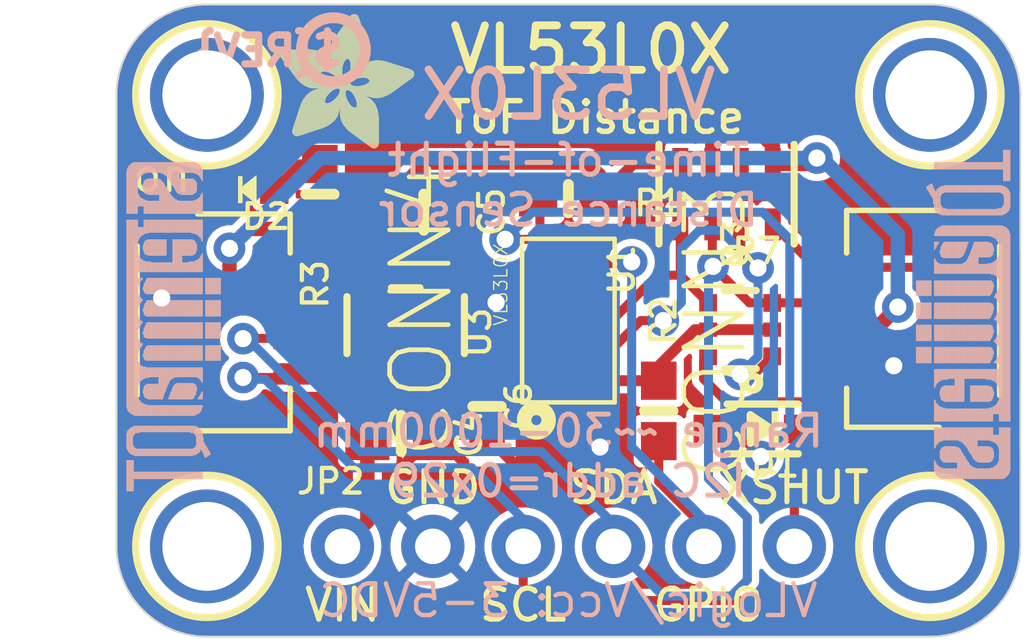
<source format=kicad_pcb>
(kicad_pcb (version 20221018) (generator pcbnew)
  (layers (0 "F.Cu" signal) (31 "B.Cu" signal) (34 "B.Paste" user) (35 "F.Paste" user) (36 "B.SilkS" user "B.Silkscreen") (37 "F.SilkS" user "F.Silkscreen") (38 "B.Mask" user) (39 "F.Mask" user) (44 "Edge.Cuts" user))
  (net 0 "")
  (net 1 "SDA")
  (net 2 "SCL")
  (net 3 "GND")
  (net 4 "GPIO")
  (net 5 "XSHUT")
  (net 6 "XSHUT_2.8V")
  (net 7 "2.8V")
  (net 8 "SCL_3V")
  (net 9 "SDA_3V")
  (net 10 "VCC")
  (net 11 "N$1")
  (footprint "working:0805-NO" (layer "F.Cu") (at 144.4371 101.9556)
    (fp_text reference "C5" (at 1.905 -0.762 90) (layer "F.SilkS") (effects (font (size 0.692831 0.692831) (thickness 0.119969)) (justify right)))
    (fp_text value "10uF")
    (pad "1" smd rect (at -0.95 0) (size 1.24 1.5) (layers "F.Cu" "F.Paste" "F.Mask") (net 7 "2.8V"))
    (pad "2" smd rect (at 0.95 0) (size 1.24 1.5) (layers "F.Cu" "F.Paste" "F.Mask") (net 3 "GND"))
  )
  (footprint "working:ADAFRUIT_3.5MM" (layer "F.Cu") (at 140.3731 100.1776)
    (fp_text reference "U$36" hide)
    (fp_text value "" hide)
  )
  (footprint "working:0603-NO" (layer "F.Cu") (at 151.0411 107.5436 90)
    (fp_text reference "R2" (at 1.778 0.127 90) (layer "F.SilkS") (effects (font (size 0.692831 0.692831) (thickness 0.119969)) (justify left)))
    (fp_text value "10K")
    (pad "1" smd rect (at -0.85 0 90) (size 1.075 1) (layers "F.Cu" "F.Paste" "F.Mask") (net 4 "GPIO"))
    (pad "2" smd rect (at 0.85 0 90) (size 1.075 1) (layers "F.Cu" "F.Paste" "F.Mask") (net 7 "2.8V"))
  )
  (footprint "working:0805-NO" (layer "F.Cu") (at 143.8021 108.1786)
    (fp_text reference "C4" (at 1.905 -0.762 90) (layer "F.SilkS") (effects (font (size 0.692831 0.692831) (thickness 0.119969)) (justify right)))
    (fp_text value "10uF")
    (pad "1" smd rect (at -0.95 0) (size 1.24 1.5) (layers "F.Cu" "F.Paste" "F.Mask") (net 10 "VCC"))
    (pad "2" smd rect (at 0.95 0) (size 1.24 1.5) (layers "F.Cu" "F.Paste" "F.Mask") (net 3 "GND"))
  )
  (footprint "working:SOT23-5" (layer "F.Cu") (at 143.9291 105.1306)
    (fp_text reference "U3" (at 2.032 -0.562 90) (layer "F.SilkS") (effects (font (size 0.692831 0.692831) (thickness 0.119969)) (justify right)))
    (fp_text value "LP5907-2.8")
    (pad "1" smd rect (at -0.95 1.3001) (size 0.55 1.2) (layers "F.Cu" "F.Paste" "F.Mask") (net 10 "VCC"))
    (pad "2" smd rect (at 0 1.3001) (size 0.55 1.2) (layers "F.Cu" "F.Paste" "F.Mask") (net 3 "GND"))
    (pad "3" smd rect (at 0.95 1.3001) (size 0.55 1.2) (layers "F.Cu" "F.Paste" "F.Mask") (net 10 "VCC"))
    (pad "4" smd rect (at 0.95 -1.3001) (size 0.55 1.2) (layers "F.Cu" "F.Paste" "F.Mask"))
    (pad "5" smd rect (at -0.95 -1.3001) (size 0.55 1.2) (layers "F.Cu" "F.Paste" "F.Mask") (net 7 "2.8V"))
  )
  (footprint "working:0603-NO" (layer "F.Cu") (at 146.2151 107.4166 -90)
    (fp_text reference "C6" (at -0.762 -0.889 90) (layer "F.SilkS") (effects (font (size 0.692831 0.692831) (thickness 0.119969)) (justify right)))
    (fp_text value "0.1uF")
    (pad "1" smd rect (at -0.85 0 270) (size 1.075 1) (layers "F.Cu" "F.Paste" "F.Mask") (net 7 "2.8V"))
    (pad "2" smd rect (at 0.85 0 270) (size 1.075 1) (layers "F.Cu" "F.Paste" "F.Mask") (net 3 "GND"))
  )
  (footprint "working:CHIPLED_0603_NOOUTLINE" (layer "F.Cu") (at 139.4841 101.3206 90)
    (fp_text reference "D2" (at -0.762 1.27) (layer "F.SilkS") (effects (font (size 0.692831 0.692831) (thickness 0.119969)) (justify right)))
    (fp_text value "GREEN")
    (pad "A" smd rect (at 0 0.75 90) (size 0.8 0.8) (layers "F.Cu" "F.Paste" "F.Mask") (net 11 "N$1"))
    (pad "C" smd rect (at 0 -0.75 90) (size 0.8 0.8) (layers "F.Cu" "F.Paste" "F.Mask") (net 3 "GND"))
  )
  (footprint "working:MOUNTINGHOLE_2.5_PLATED" (layer "F.Cu") (at 158.6611 111.3536)
    (fp_text reference "U$34" hide)
    (fp_text value "MOUNTINGHOLE2.5" hide)
    (pad "P$1" thru_hole circle (at 0 0) (size 3.2 3.2) (drill 2.5) (layers "*.Cu" "*.Mask"))
    (zone (net 0) (net_name "") (layer "F.Cu") (connect_pads (clearance 0)) (min_thickness 0.25)
      (keepout (tracks not_allowed) (vias not_allowed) (pads not_allowed) (copperpour not_allowed) (footprints allowed))
      (fill (thermal_gap 0.5) (thermal_bridge_width 0.5))
      (polygon (pts (xy 160.6771 111.3536) (xy 160.65748 111.073027) (xy 160.599004 110.797915) (xy 160.502808 110.533619) (xy 160.370765 110.285283) (xy 160.205446 110.05774) (xy 160.010067 109.85542) (xy 159.788433 109.68226) (xy 159.544856 109.541631) (xy 159.284078 109.43627) (xy 159.011175 109.368228) (xy 158.731457 109.338828) (xy 158.450371 109.348644) (xy 158.173385 109.397484) (xy 157.905893 109.484397) (xy 157.6531 109.607693) (xy 157.419926 109.76497) (xy 157.210911 109.953169) (xy 157.030122 110.168625) (xy 156.881078 110.407145) (xy 156.76668 110.664087) (xy 156.689154 110.93445) (xy 156.650011 111.212971) (xy 156.650011 111.494229) (xy 156.689154 111.77275) (xy 156.76668 112.043113) (xy 156.881078 112.300055) (xy 157.030122 112.538575) (xy 157.210911 112.754031) (xy 157.419926 112.94223) (xy 157.6531 113.099507) (xy 157.905893 113.222803) (xy 158.173385 113.309716) (xy 158.450371 113.358556) (xy 158.731457 113.368372) (xy 159.011175 113.338972) (xy 159.284078 113.27093) (xy 159.544856 113.165569) (xy 159.788433 113.02494) (xy 160.010067 112.85178) (xy 160.205446 112.64946) (xy 160.370765 112.421917) (xy 160.502808 112.173581) (xy 160.599004 111.909285) (xy 160.65748 111.634173)))
      (polygon (pts (xy 158.6451 111.3536) (xy 158.649786 111.364914) (xy 158.6611 111.3696) (xy 158.672414 111.364914) (xy 158.6771 111.3536) (xy 158.672414 111.342286) (xy 158.6611 111.3376) (xy 158.649786 111.342286)))
    )
    (zone (net 0) (net_name "") (layer "B.Cu") (connect_pads (clearance 0)) (min_thickness 0.25)
      (keepout (tracks not_allowed) (vias not_allowed) (pads not_allowed) (copperpour not_allowed) (footprints allowed))
      (fill (thermal_gap 0.5) (thermal_bridge_width 0.5))
      (polygon (pts (xy 160.6771 111.3536) (xy 160.65748 111.073027) (xy 160.599004 110.797915) (xy 160.502808 110.533619) (xy 160.370765 110.285283) (xy 160.205446 110.05774) (xy 160.010067 109.85542) (xy 159.788433 109.68226) (xy 159.544856 109.541631) (xy 159.284078 109.43627) (xy 159.011175 109.368228) (xy 158.731457 109.338828) (xy 158.450371 109.348644) (xy 158.173385 109.397484) (xy 157.905893 109.484397) (xy 157.6531 109.607693) (xy 157.419926 109.76497) (xy 157.210911 109.953169) (xy 157.030122 110.168625) (xy 156.881078 110.407145) (xy 156.76668 110.664087) (xy 156.689154 110.93445) (xy 156.650011 111.212971) (xy 156.650011 111.494229) (xy 156.689154 111.77275) (xy 156.76668 112.043113) (xy 156.881078 112.300055) (xy 157.030122 112.538575) (xy 157.210911 112.754031) (xy 157.419926 112.94223) (xy 157.6531 113.099507) (xy 157.905893 113.222803) (xy 158.173385 113.309716) (xy 158.450371 113.358556) (xy 158.731457 113.368372) (xy 159.011175 113.338972) (xy 159.284078 113.27093) (xy 159.544856 113.165569) (xy 159.788433 113.02494) (xy 160.010067 112.85178) (xy 160.205446 112.64946) (xy 160.370765 112.421917) (xy 160.502808 112.173581) (xy 160.599004 111.909285) (xy 160.65748 111.634173)))
      (polygon (pts (xy 158.6451 111.3536) (xy 158.649786 111.364914) (xy 158.6611 111.3696) (xy 158.672414 111.364914) (xy 158.6771 111.3536) (xy 158.672414 111.342286) (xy 158.6611 111.3376) (xy 158.649786 111.342286)))
    )
  )
  (footprint "working:MOUNTINGHOLE_2.5_PLATED" (layer "F.Cu") (at 138.3411 111.3536)
    (fp_text reference "U$33" hide)
    (fp_text value "MOUNTINGHOLE2.5" hide)
    (pad "P$1" thru_hole circle (at 0 0) (size 3.2 3.2) (drill 2.5) (layers "*.Cu" "*.Mask"))
    (zone (net 0) (net_name "") (layer "F.Cu") (connect_pads (clearance 0)) (min_thickness 0.25)
      (keepout (tracks not_allowed) (vias not_allowed) (pads not_allowed) (copperpour not_allowed) (footprints allowed))
      (fill (thermal_gap 0.5) (thermal_bridge_width 0.5))
      (polygon (pts (xy 140.3571 111.3536) (xy 140.33748 111.073027) (xy 140.279004 110.797915) (xy 140.182808 110.533619) (xy 140.050765 110.285283) (xy 139.885446 110.05774) (xy 139.690067 109.85542) (xy 139.468433 109.68226) (xy 139.224856 109.541631) (xy 138.964078 109.43627) (xy 138.691175 109.368228) (xy 138.411457 109.338828) (xy 138.130371 109.348644) (xy 137.853385 109.397484) (xy 137.585893 109.484397) (xy 137.3331 109.607693) (xy 137.099926 109.76497) (xy 136.890911 109.953169) (xy 136.710122 110.168625) (xy 136.561078 110.407145) (xy 136.44668 110.664087) (xy 136.369154 110.93445) (xy 136.330011 111.212971) (xy 136.330011 111.494229) (xy 136.369154 111.77275) (xy 136.44668 112.043113) (xy 136.561078 112.300055) (xy 136.710122 112.538575) (xy 136.890911 112.754031) (xy 137.099926 112.94223) (xy 137.3331 113.099507) (xy 137.585893 113.222803) (xy 137.853385 113.309716) (xy 138.130371 113.358556) (xy 138.411457 113.368372) (xy 138.691175 113.338972) (xy 138.964078 113.27093) (xy 139.224856 113.165569) (xy 139.468433 113.02494) (xy 139.690067 112.85178) (xy 139.885446 112.64946) (xy 140.050765 112.421917) (xy 140.182808 112.173581) (xy 140.279004 111.909285) (xy 140.33748 111.634173)))
      (polygon (pts (xy 138.3251 111.3536) (xy 138.329786 111.364914) (xy 138.3411 111.3696) (xy 138.352414 111.364914) (xy 138.3571 111.3536) (xy 138.352414 111.342286) (xy 138.3411 111.3376) (xy 138.329786 111.342286)))
    )
    (zone (net 0) (net_name "") (layer "B.Cu") (connect_pads (clearance 0)) (min_thickness 0.25)
      (keepout (tracks not_allowed) (vias not_allowed) (pads not_allowed) (copperpour not_allowed) (footprints allowed))
      (fill (thermal_gap 0.5) (thermal_bridge_width 0.5))
      (polygon (pts (xy 140.3571 111.3536) (xy 140.33748 111.073027) (xy 140.279004 110.797915) (xy 140.182808 110.533619) (xy 140.050765 110.285283) (xy 139.885446 110.05774) (xy 139.690067 109.85542) (xy 139.468433 109.68226) (xy 139.224856 109.541631) (xy 138.964078 109.43627) (xy 138.691175 109.368228) (xy 138.411457 109.338828) (xy 138.130371 109.348644) (xy 137.853385 109.397484) (xy 137.585893 109.484397) (xy 137.3331 109.607693) (xy 137.099926 109.76497) (xy 136.890911 109.953169) (xy 136.710122 110.168625) (xy 136.561078 110.407145) (xy 136.44668 110.664087) (xy 136.369154 110.93445) (xy 136.330011 111.212971) (xy 136.330011 111.494229) (xy 136.369154 111.77275) (xy 136.44668 112.043113) (xy 136.561078 112.300055) (xy 136.710122 112.538575) (xy 136.890911 112.754031) (xy 137.099926 112.94223) (xy 137.3331 113.099507) (xy 137.585893 113.222803) (xy 137.853385 113.309716) (xy 138.130371 113.358556) (xy 138.411457 113.368372) (xy 138.691175 113.338972) (xy 138.964078 113.27093) (xy 139.224856 113.165569) (xy 139.468433 113.02494) (xy 139.690067 112.85178) (xy 139.885446 112.64946) (xy 140.050765 112.421917) (xy 140.182808 112.173581) (xy 140.279004 111.909285) (xy 140.33748 111.634173)))
      (polygon (pts (xy 138.3251 111.3536) (xy 138.329786 111.364914) (xy 138.3411 111.3696) (xy 138.352414 111.364914) (xy 138.3571 111.3536) (xy 138.352414 111.342286) (xy 138.3411 111.3376) (xy 138.329786 111.342286)))
    )
  )
  (footprint "working:LGA12_ST" (layer "F.Cu") (at 148.5011 105.0036 -90)
    (fp_text reference "U1" (at -2.2 -1.5 90) (layer "F.SilkS") (effects (font (size 0.692831 0.692831) (thickness 0.119969)) (justify right)))
    (fp_text value "VL53L0X" (at -2.2 1.9 90) (layer "F.SilkS") (effects (font (size 0.369824 0.369824) (thickness 0.036576)) (justify right)))
    (pad "1" smd rect (at 1.6 0.8 270) (size 0.5 0.5) (layers "F.Cu" "F.Paste" "F.Mask") (net 7 "2.8V"))
    (pad "2" smd rect (at 0.8 0.8 270) (size 0.5 0.5) (layers "F.Cu" "F.Paste" "F.Mask") (net 3 "GND"))
    (pad "3" smd rect (at 0 0.8 270) (size 0.5 0.5) (layers "F.Cu" "F.Paste" "F.Mask") (net 3 "GND"))
    (pad "4" smd rect (at -0.8 0.8 270) (size 0.5 0.5) (layers "F.Cu" "F.Paste" "F.Mask") (net 3 "GND"))
    (pad "5" smd rect (at -1.6 0.8 270) (size 0.5 0.5) (layers "F.Cu" "F.Paste" "F.Mask") (net 6 "XSHUT_2.8V"))
    (pad "6" smd rect (at -1.6 0 270) (size 0.5 0.5) (layers "F.Cu" "F.Paste" "F.Mask") (net 3 "GND"))
    (pad "7" smd rect (at -1.6 -0.8 270) (size 0.5 0.5) (layers "F.Cu" "F.Paste" "F.Mask") (net 4 "GPIO"))
    (pad "8" smd rect (at -0.8 -0.8 270) (size 0.5 0.5) (layers "F.Cu" "F.Paste" "F.Mask"))
    (pad "9" smd rect (at 0 -0.8 270) (size 0.5 0.5) (layers "F.Cu" "F.Paste" "F.Mask") (net 9 "SDA_3V"))
    (pad "10" smd rect (at 0.8 -0.8 270) (size 0.5 0.5) (layers "F.Cu" "F.Paste" "F.Mask") (net 8 "SCL_3V"))
    (pad "11" smd rect (at 1.6 -0.8 270) (size 0.5 0.5) (layers "F.Cu" "F.Paste" "F.Mask") (net 7 "2.8V"))
    (pad "12" smd rect (at 1.6 0 270) (size 0.5 0.5) (layers "F.Cu" "F.Paste" "F.Mask") (net 3 "GND"))
  )
  (footprint "working:SOD-323" (layer "F.Cu") (at 153.9621 108.0516 180)
    (fp_text reference "D1" (at -1.1 -1) (layer "F.SilkS") (effects (font (size 0.692831 0.692831) (thickness 0.119969)) (justify right)))
    (fp_text value "1N4148")
    (pad "A" smd rect (at 1.27 0 180) (size 1.35 0.8) (layers "F.Cu" "F.Paste" "F.Mask") (net 6 "XSHUT_2.8V"))
    (pad "C" smd rect (at -1.27 0 180) (size 1.35 0.8) (layers "F.Cu" "F.Paste" "F.Mask") (net 5 "XSHUT"))
  )
  (footprint "working:RESPACK_4X0603" (layer "F.Cu") (at 152.9461 101.4476 180)
    (fp_text reference "R7" (at -1.6 -1.6) (layer "F.SilkS") (effects (font (size 0.692831 0.692831) (thickness 0.119969)) (justify right)))
    (fp_text value "10K")
    (pad "1" smd rect (at -1.3 0.85 180) (size 0.45 0.9) (layers "F.Cu" "F.Paste" "F.Mask") (net 10 "VCC"))
    (pad "2" smd rect (at -0.4 0.85 180) (size 0.45 0.9) (layers "F.Cu" "F.Paste" "F.Mask") (net 7 "2.8V"))
    (pad "3" smd rect (at 0.4 0.85 180) (size 0.45 0.9) (layers "F.Cu" "F.Paste" "F.Mask") (net 10 "VCC"))
    (pad "4" smd rect (at 1.3 0.85 180) (size 0.45 0.9) (layers "F.Cu" "F.Paste" "F.Mask") (net 7 "2.8V"))
    (pad "5" smd rect (at 1.3 -0.85 180) (size 0.45 0.9) (layers "F.Cu" "F.Paste" "F.Mask") (net 9 "SDA_3V"))
    (pad "6" smd rect (at 0.4 -0.85 180) (size 0.45 0.9) (layers "F.Cu" "F.Paste" "F.Mask") (net 1 "SDA"))
    (pad "7" smd rect (at -0.4 -0.85 180) (size 0.45 0.9) (layers "F.Cu" "F.Paste" "F.Mask") (net 8 "SCL_3V"))
    (pad "8" smd rect (at -1.3 -0.85 180) (size 0.45 0.9) (layers "F.Cu" "F.Paste" "F.Mask") (net 2 "SCL"))
  )
  (footprint "working:SOT363" (layer "F.Cu") (at 153.3271 105.2576 90)
    (fp_text reference "Q3" (at 1.651 -0.127 90) (layer "F.SilkS") (effects (font (size 0.692831 0.692831) (thickness 0.119969)) (justify left)))
    (fp_text value "BSS138")
    (pad "1" smd rect (at -0.75 0.9 90) (size 0.5 0.5) (layers "F.Cu" "F.Paste" "F.Mask") (net 8 "SCL_3V"))
    (pad "2" smd rect (at 0 0.9 90) (size 0.4 0.5) (layers "F.Cu" "F.Paste" "F.Mask") (net 7 "2.8V"))
    (pad "3" smd rect (at 0.75 0.9 90) (size 0.5 0.5) (layers "F.Cu" "F.Paste" "F.Mask") (net 1 "SDA"))
    (pad "4" smd rect (at 0.75 -0.9 90) (size 0.5 0.5) (layers "F.Cu" "F.Paste" "F.Mask") (net 9 "SDA_3V"))
    (pad "5" smd rect (at 0 -0.9 90) (size 0.4 0.5) (layers "F.Cu" "F.Paste" "F.Mask") (net 7 "2.8V"))
    (pad "6" smd rect (at -0.75 -0.9 90) (size 0.5 0.5) (layers "F.Cu" "F.Paste" "F.Mask") (net 2 "SCL"))
  )
  (footprint "working:MOUNTINGHOLE_2.5_PLATED" (layer "F.Cu") (at 138.3411 98.6536)
    (fp_text reference "U$30" hide)
    (fp_text value "MOUNTINGHOLE2.5" hide)
    (pad "P$1" thru_hole circle (at 0 0) (size 3.2 3.2) (drill 2.5) (layers "*.Cu" "*.Mask"))
    (zone (net 0) (net_name "") (layer "F.Cu") (connect_pads (clearance 0)) (min_thickness 0.25)
      (keepout (tracks not_allowed) (vias not_allowed) (pads not_allowed) (copperpour not_allowed) (footprints allowed))
      (fill (thermal_gap 0.5) (thermal_bridge_width 0.5))
      (polygon (pts (xy 140.3571 98.6536) (xy 140.33748 98.373027) (xy 140.279004 98.097915) (xy 140.182808 97.833619) (xy 140.050765 97.585283) (xy 139.885446 97.35774) (xy 139.690067 97.15542) (xy 139.468433 96.98226) (xy 139.224856 96.841631) (xy 138.964078 96.73627) (xy 138.691175 96.668228) (xy 138.411457 96.638828) (xy 138.130371 96.648644) (xy 137.853385 96.697484) (xy 137.585893 96.784397) (xy 137.3331 96.907693) (xy 137.099926 97.06497) (xy 136.890911 97.253169) (xy 136.710122 97.468625) (xy 136.561078 97.707145) (xy 136.44668 97.964087) (xy 136.369154 98.23445) (xy 136.330011 98.512971) (xy 136.330011 98.794229) (xy 136.369154 99.07275) (xy 136.44668 99.343113) (xy 136.561078 99.600055) (xy 136.710122 99.838575) (xy 136.890911 100.054031) (xy 137.099926 100.24223) (xy 137.3331 100.399507) (xy 137.585893 100.522803) (xy 137.853385 100.609716) (xy 138.130371 100.658556) (xy 138.411457 100.668372) (xy 138.691175 100.638972) (xy 138.964078 100.57093) (xy 139.224856 100.465569) (xy 139.468433 100.32494) (xy 139.690067 100.15178) (xy 139.885446 99.94946) (xy 140.050765 99.721917) (xy 140.182808 99.473581) (xy 140.279004 99.209285) (xy 140.33748 98.934173)))
      (polygon (pts (xy 138.3251 98.6536) (xy 138.329786 98.664914) (xy 138.3411 98.6696) (xy 138.352414 98.664914) (xy 138.3571 98.6536) (xy 138.352414 98.642286) (xy 138.3411 98.6376) (xy 138.329786 98.642286)))
    )
    (zone (net 0) (net_name "") (layer "B.Cu") (connect_pads (clearance 0)) (min_thickness 0.25)
      (keepout (tracks not_allowed) (vias not_allowed) (pads not_allowed) (copperpour not_allowed) (footprints allowed))
      (fill (thermal_gap 0.5) (thermal_bridge_width 0.5))
      (polygon (pts (xy 140.3571 98.6536) (xy 140.33748 98.373027) (xy 140.279004 98.097915) (xy 140.182808 97.833619) (xy 140.050765 97.585283) (xy 139.885446 97.35774) (xy 139.690067 97.15542) (xy 139.468433 96.98226) (xy 139.224856 96.841631) (xy 138.964078 96.73627) (xy 138.691175 96.668228) (xy 138.411457 96.638828) (xy 138.130371 96.648644) (xy 137.853385 96.697484) (xy 137.585893 96.784397) (xy 137.3331 96.907693) (xy 137.099926 97.06497) (xy 136.890911 97.253169) (xy 136.710122 97.468625) (xy 136.561078 97.707145) (xy 136.44668 97.964087) (xy 136.369154 98.23445) (xy 136.330011 98.512971) (xy 136.330011 98.794229) (xy 136.369154 99.07275) (xy 136.44668 99.343113) (xy 136.561078 99.600055) (xy 136.710122 99.838575) (xy 136.890911 100.054031) (xy 137.099926 100.24223) (xy 137.3331 100.399507) (xy 137.585893 100.522803) (xy 137.853385 100.609716) (xy 138.130371 100.658556) (xy 138.411457 100.668372) (xy 138.691175 100.638972) (xy 138.964078 100.57093) (xy 139.224856 100.465569) (xy 139.468433 100.32494) (xy 139.690067 100.15178) (xy 139.885446 99.94946) (xy 140.050765 99.721917) (xy 140.182808 99.473581) (xy 140.279004 99.209285) (xy 140.33748 98.934173)))
      (polygon (pts (xy 138.3251 98.6536) (xy 138.329786 98.664914) (xy 138.3411 98.6696) (xy 138.352414 98.664914) (xy 138.3571 98.6536) (xy 138.352414 98.642286) (xy 138.3411 98.6376) (xy 138.329786 98.642286)))
    )
  )
  (footprint "working:1X06_ROUND_70" (layer "F.Cu") (at 148.5011 111.3536)
    (fp_text reference "JP2" (at -7.6962 -1.8288) (layer "F.SilkS") (effects (font (size 0.692831 0.692831) (thickness 0.119969)) (justify left)))
    (fp_text value "")
    (pad "1" thru_hole circle (at -6.35 0 90) (size 1.778 1.778) (drill 1) (layers "*.Cu" "*.Mask") (net 10 "VCC"))
    (pad "2" thru_hole circle (at -3.81 0 90) (size 1.778 1.778) (drill 1) (layers "*.Cu" "*.Mask") (net 3 "GND"))
    (pad "3" thru_hole circle (at -1.27 0 90) (size 1.778 1.778) (drill 1) (layers "*.Cu" "*.Mask") (net 2 "SCL"))
    (pad "4" thru_hole circle (at 1.27 0 90) (size 1.778 1.778) (drill 1) (layers "*.Cu" "*.Mask") (net 1 "SDA"))
    (pad "5" thru_hole circle (at 3.81 0 90) (size 1.778 1.778) (drill 1) (layers "*.Cu" "*.Mask") (net 4 "GPIO"))
    (pad "6" thru_hole circle (at 6.35 0 90) (size 1.778 1.778) (drill 1) (layers "*.Cu" "*.Mask") (net 5 "XSHUT"))
  )
  (footprint "working:JST_SH4" (layer "F.Cu") (at 138.4681 105.0036 -90)
    (fp_text reference "CONN4" (at -4.6 -5.9 90) (layer "F.SilkS") (effects (font (size 1.647139 1.647139) (thickness 0.130861)) (justify right)))
    (fp_text value "STEMMA_I2C_QT" hide)
    (pad "1" smd rect (at -1.5 -2.514) (size 1.55 0.6) (layers "F.Cu" "F.Paste" "F.Mask") (net 3 "GND"))
    (pad "2" smd rect (at -0.5 -2.514) (size 1.55 0.6) (layers "F.Cu" "F.Paste" "F.Mask") (net 10 "VCC"))
    (pad "3" smd rect (at 0.5 -2.514) (size 1.55 0.6) (layers "F.Cu" "F.Paste" "F.Mask") (net 1 "SDA"))
    (pad "4" smd rect (at 1.5 -2.514) (size 1.55 0.6) (layers "F.Cu" "F.Paste" "F.Mask") (net 2 "SCL"))
    (pad "MT1" smd rect (at -2.8 1.386) (size 1.8 1.2) (layers "F.Cu" "F.Paste" "F.Mask") (net 3 "GND"))
    (pad "MT2" smd rect (at 2.8 1.386) (size 1.8 1.2) (layers "F.Cu" "F.Paste" "F.Mask") (net 3 "GND"))
  )
  (footprint "working:0603-NO" (layer "F.Cu") (at 148.5011 101.5746)
    (fp_text reference "R1" (at 1.778 0.127) (layer "F.SilkS") (effects (font (size 0.692831 0.692831) (thickness 0.119969)) (justify left)))
    (fp_text value "10K")
    (pad "1" smd rect (at -0.85 0) (size 1.075 1) (layers "F.Cu" "F.Paste" "F.Mask") (net 6 "XSHUT_2.8V"))
    (pad "2" smd rect (at 0.85 0) (size 1.075 1) (layers "F.Cu" "F.Paste" "F.Mask") (net 7 "2.8V"))
  )
  (footprint "working:JST_SH4" (layer "F.Cu") (at 158.5341 105.0036 90)
    (fp_text reference "CONN3" (at -4.6 -5.9 90) (layer "F.SilkS") (effects (font (size 1.647139 1.647139) (thickness 0.130861)) (justify left)))
    (fp_text value "STEMMA_I2C_QT" hide)
    (pad "1" smd rect (at -1.5 -2.514 180) (size 1.55 0.6) (layers "F.Cu" "F.Paste" "F.Mask") (net 3 "GND"))
    (pad "2" smd rect (at -0.5 -2.514 180) (size 1.55 0.6) (layers "F.Cu" "F.Paste" "F.Mask") (net 10 "VCC"))
    (pad "3" smd rect (at 0.5 -2.514 180) (size 1.55 0.6) (layers "F.Cu" "F.Paste" "F.Mask") (net 1 "SDA"))
    (pad "4" smd rect (at 1.5 -2.514 180) (size 1.55 0.6) (layers "F.Cu" "F.Paste" "F.Mask") (net 2 "SCL"))
    (pad "MT1" smd rect (at -2.8 1.386 180) (size 1.8 1.2) (layers "F.Cu" "F.Paste" "F.Mask") (net 3 "GND"))
    (pad "MT2" smd rect (at 2.8 1.386 180) (size 1.8 1.2) (layers "F.Cu" "F.Paste" "F.Mask") (net 3 "GND"))
  )
  (footprint "working:MOUNTINGHOLE_2.5_PLATED" (layer "F.Cu") (at 158.6611 98.6536)
    (fp_text reference "U$31" hide)
    (fp_text value "MOUNTINGHOLE2.5" hide)
    (pad "P$1" thru_hole circle (at 0 0) (size 3.2 3.2) (drill 2.5) (layers "*.Cu" "*.Mask"))
    (zone (net 0) (net_name "") (layer "F.Cu") (connect_pads (clearance 0)) (min_thickness 0.25)
      (keepout (tracks not_allowed) (vias not_allowed) (pads not_allowed) (copperpour not_allowed) (footprints allowed))
      (fill (thermal_gap 0.5) (thermal_bridge_width 0.5))
      (polygon (pts (xy 160.6771 98.6536) (xy 160.65748 98.373027) (xy 160.599004 98.097915) (xy 160.502808 97.833619) (xy 160.370765 97.585283) (xy 160.205446 97.35774) (xy 160.010067 97.15542) (xy 159.788433 96.98226) (xy 159.544856 96.841631) (xy 159.284078 96.73627) (xy 159.011175 96.668228) (xy 158.731457 96.638828) (xy 158.450371 96.648644) (xy 158.173385 96.697484) (xy 157.905893 96.784397) (xy 157.6531 96.907693) (xy 157.419926 97.06497) (xy 157.210911 97.253169) (xy 157.030122 97.468625) (xy 156.881078 97.707145) (xy 156.76668 97.964087) (xy 156.689154 98.23445) (xy 156.650011 98.512971) (xy 156.650011 98.794229) (xy 156.689154 99.07275) (xy 156.76668 99.343113) (xy 156.881078 99.600055) (xy 157.030122 99.838575) (xy 157.210911 100.054031) (xy 157.419926 100.24223) (xy 157.6531 100.399507) (xy 157.905893 100.522803) (xy 158.173385 100.609716) (xy 158.450371 100.658556) (xy 158.731457 100.668372) (xy 159.011175 100.638972) (xy 159.284078 100.57093) (xy 159.544856 100.465569) (xy 159.788433 100.32494) (xy 160.010067 100.15178) (xy 160.205446 99.94946) (xy 160.370765 99.721917) (xy 160.502808 99.473581) (xy 160.599004 99.209285) (xy 160.65748 98.934173)))
      (polygon (pts (xy 158.6451 98.6536) (xy 158.649786 98.664914) (xy 158.6611 98.6696) (xy 158.672414 98.664914) (xy 158.6771 98.6536) (xy 158.672414 98.642286) (xy 158.6611 98.6376) (xy 158.649786 98.642286)))
    )
    (zone (net 0) (net_name "") (layer "B.Cu") (connect_pads (clearance 0)) (min_thickness 0.25)
      (keepout (tracks not_allowed) (vias not_allowed) (pads not_allowed) (copperpour not_allowed) (footprints allowed))
      (fill (thermal_gap 0.5) (thermal_bridge_width 0.5))
      (polygon (pts (xy 160.6771 98.6536) (xy 160.65748 98.373027) (xy 160.599004 98.097915) (xy 160.502808 97.833619) (xy 160.370765 97.585283) (xy 160.205446 97.35774) (xy 160.010067 97.15542) (xy 159.788433 96.98226) (xy 159.544856 96.841631) (xy 159.284078 96.73627) (xy 159.011175 96.668228) (xy 158.731457 96.638828) (xy 158.450371 96.648644) (xy 158.173385 96.697484) (xy 157.905893 96.784397) (xy 157.6531 96.907693) (xy 157.419926 97.06497) (xy 157.210911 97.253169) (xy 157.030122 97.468625) (xy 156.881078 97.707145) (xy 156.76668 97.964087) (xy 156.689154 98.23445) (xy 156.650011 98.512971) (xy 156.650011 98.794229) (xy 156.689154 99.07275) (xy 156.76668 99.343113) (xy 156.881078 99.600055) (xy 157.030122 99.838575) (xy 157.210911 100.054031) (xy 157.419926 100.24223) (xy 157.6531 100.399507) (xy 157.905893 100.522803) (xy 158.173385 100.609716) (xy 158.450371 100.658556) (xy 158.731457 100.668372) (xy 159.011175 100.638972) (xy 159.284078 100.57093) (xy 159.544856 100.465569) (xy 159.788433 100.32494) (xy 160.010067 100.15178) (xy 160.205446 99.94946) (xy 160.370765 99.721917) (xy 160.502808 99.473581) (xy 160.599004 99.209285) (xy 160.65748 98.934173)))
      (polygon (pts (xy 158.6451 98.6536) (xy 158.649786 98.664914) (xy 158.6611 98.6696) (xy 158.672414 98.664914) (xy 158.6771 98.6536) (xy 158.672414 98.642286) (xy 158.6611 98.6376) (xy 158.649786 98.642286)))
    )
  )
  (footprint "working:FIDUCIAL_1MM" (layer "F.Cu") (at 141.0081 109.1946)
    (fp_text reference "FID1" hide)
    (fp_text value "FIDUCIAL_1MM" hide)
    (pad "1" smd roundrect (at 0 0) (size 1 1) (layers "F.Cu" "F.Mask") (roundrect_rratio 0.5))
  )
  (footprint "working:FIDUCIAL_1MM" (layer "F.Cu") (at 155.3591 97.3836)
    (fp_text reference "FID4" hide)
    (fp_text value "FIDUCIAL_1MM" hide)
    (pad "1" smd roundrect (at 0 0) (size 1 1) (layers "F.Cu" "F.Mask") (roundrect_rratio 0.5))
  )
  (footprint "working:0603-NO" (layer "F.Cu") (at 141.5161 101.4476 -90)
    (fp_text reference "R3" (at 1.778 0.127 90) (layer "F.SilkS") (effects (font (size 0.692831 0.692831) (thickness 0.119969)) (justify right)))
    (fp_text value "10K")
    (pad "1" smd rect (at -0.85 0 270) (size 1.075 1) (layers "F.Cu" "F.Paste" "F.Mask") (net 11 "N$1"))
    (pad "2" smd rect (at 0.85 0 270) (size 1.075 1) (layers "F.Cu" "F.Paste" "F.Mask") (net 10 "VCC"))
  )
  (footprint "working:STEMMAQT" (layer "B.Cu") (at 138.7221 100.5586 -90)
    (fp_text reference "U$39" hide)
    (fp_text value "" hide)
  )
  (footprint "working:PCBFEAT-REV-040" (layer "B.Cu") (at 141.8971 97.3836 180)
    (fp_text reference "U$37" hide)
    (fp_text value "" hide)
    (fp_text user "${REV}" (at -0.3556 -0.508) (layer "B.SilkS") (effects (font (size 0.8128 0.8128) (thickness 0.2032)) (justify left bottom mirror)))
  )
  (footprint "working:STEMMAQT" (layer "B.Cu") (at 158.2801 109.4486 90)
    (fp_text reference "U$38" hide)
    (fp_text value "" hide)
  )
  (gr_arc (start 161.2011 111.3536) (mid 160.457151 113.149651) (end 158.6611 113.8936) (stroke (width 0.05)) (layer "Edge.Cuts"))
  (gr_arc (start 158.6611 96.1136) (mid 160.457151 96.857549) (end 161.2011 98.6536) (stroke (width 0.05)) (layer "Edge.Cuts"))
  (gr_line (start 161.2011 111.3536) (end 161.2011 98.6536) (stroke (width 0.05)) (layer "Edge.Cuts"))
  (gr_line (start 138.3411 113.8936) (end 158.6611 113.8936) (stroke (width 0.05)) (layer "Edge.Cuts"))
  (gr_line (start 158.6611 96.1136) (end 138.3411 96.1136) (stroke (width 0.05)) (layer "Edge.Cuts"))
  (gr_arc (start 138.3411 113.8936) (mid 136.545049 113.149651) (end 135.8011 111.3536) (stroke (width 0.05)) (layer "Edge.Cuts"))
  (gr_arc (start 135.8011 98.6536) (mid 136.545049 96.857549) (end 138.3411 96.1136) (stroke (width 0.05)) (layer "Edge.Cuts"))
  (gr_line (start 135.8011 98.6536) (end 135.8011 111.3536) (stroke (width 0.05)) (layer "Edge.Cuts"))
  (gr_text "Time-of-Flight\nDistance Sensor" (at 148.5011 101.1936) (layer "B.SilkS") (effects (font (size 0.87376 0.87376) (thickness 0.14224)) (justify mirror)))
  (gr_text "VLogic/Vcc: 3-5VDC" (at 148.5011 112.8776) (layer "B.SilkS") (effects (font (size 0.89408 0.89408) (thickness 0.12192)) (justify mirror)))
  (gr_text "Range ~~30-1000mm\nI2C addr=0x29" (at 148.5011 108.8136) (layer "B.SilkS") (effects (font (size 0.87376 0.87376) (thickness 0.14224)) (justify mirror)))
  (gr_text "VL53L0X" (at 148.5011 98.6536) (layer "B.SilkS") (effects (font (size 1.31064 1.31064) (thickness 0.21336)) (justify mirror)))
  (gr_text "GPIO" (at 152.4381 113.0046) (layer "F.SilkS") (effects (font (size 0.87376 0.87376) (thickness 0.14224))))
  (gr_text "XSHUT" (at 154.8511 109.7026) (layer "F.SilkS") (effects (font (size 0.87376 0.87376) (thickness 0.14224))))
  (gr_text "SDA" (at 149.7711 109.7026) (layer "F.SilkS") (effects (font (size 0.87376 0.87376) (thickness 0.14224))))
  (gr_text "SCL" (at 147.2311 113.0046) (layer "F.SilkS") (effects (font (size 0.87376 0.87376) (thickness 0.14224))))
  (gr_text "ToF Distance" (at 149.2631 99.2886) (layer "F.SilkS") (effects (font (size 0.8636 0.8636) (thickness 0.1524))))
  (gr_text "GND" (at 144.6911 109.7026) (layer "F.SilkS") (effects (font (size 0.87376 0.87376) (thickness 0.14224))))
  (gr_text "VL53L0X" (at 149.1361 97.3836) (layer "F.SilkS") (effects (font (size 1.25222 1.25222) (thickness 0.22098))))
  (gr_text "VIN" (at 142.1511 113.0046) (layer "F.SilkS") (effects (font (size 0.87376 0.87376) (thickness 0.14224))))
  (gr_text "on" (at 136.1821 101.4476) (layer "F.SilkS") (effects (font (size 0.89408 0.89408) (thickness 0.12192)) (justify left bottom)))
  (segment (start 152.5461 102.2976) (end 152.5461 103.4606) (width 0.254) (layer "F.Cu") (net 1))
  (segment (start 152.5651 103.4796) (end 153.5891 104.5036) (width 0.254) (layer "F.Cu") (net 1))
  (segment (start 154.2271 104.5076) (end 154.2311 104.5036) (width 0.254) (layer "F.Cu") (net 1))
  (segment (start 140.9821 105.5036) (end 139.3651 105.5036) (width 0.254) (layer "F.Cu") (net 1))
  (segment (start 153.5891 104.5036) (end 154.2311 104.5036) (width 0.254) (layer "F.Cu") (net 1))
  (segment (start 152.5461 103.4606) (end 152.5651 103.4796) (width 0.254) (layer "F.Cu") (net 1))
  (segment (start 154.2311 104.5036) (end 156.0201 104.5036) (width 0.254) (layer "F.Cu") (net 1))
  (segment (start 139.3651 105.5036) (end 139.3571 105.5116) (width 0.254) (layer "F.Cu") (net 1))
  (via (at 152.5651 103.4796) (size 0.889) (drill 0.4826) (layers "F.Cu" "B.Cu") (net 1))
  (via (at 139.3571 105.5116) (size 0.889) (drill 0.4826) (layers "F.Cu" "B.Cu") (net 1))
  (segment (start 149.7711 110.7186) (end 149.7711 111.3536) (width 0.254) (layer "B.Cu") (net 1))
  (segment (start 152.5651 103.4796) (end 152.5651 103.7336) (width 0.254) (layer "B.Cu") (net 1))
  (segment (start 147.7391 108.6866) (end 149.7711 110.7186) (width 0.254) (layer "B.Cu") (net 1))
  (segment (start 153.0731 112.7506) (end 153.5303 112.2934) (width 0.254) (layer "B.Cu") (net 1))
  (segment (start 142.6591 108.6866) (end 147.7391 108.6866) (width 0.254) (layer "B.Cu") (net 1))
  (segment (start 153.5303 110.5408) (end 152.4381 109.4486) (width 0.254) (layer "B.Cu") (net 1))
  (segment (start 139.3571 105.5116) (end 139.4841 105.5116) (width 0.254) (layer "B.Cu") (net 1))
  (segment (start 149.7711 111.3536) (end 151.1681 112.7506) (width 0.254) (layer "B.Cu") (net 1))
  (segment (start 142.6591 108.6866) (end 139.4841 105.5116) (width 0.254) (layer "B.Cu") (net 1))
  (segment (start 153.5303 112.2934) (end 153.5303 110.5408) (width 0.254) (layer "B.Cu") (net 1))
  (segment (start 152.4381 103.8606) (end 152.4381 109.4486) (width 0.254) (layer "B.Cu") (net 1))
  (segment (start 152.5651 103.7336) (end 152.4381 103.8606) (width 0.254) (layer "B.Cu") (net 1))
  (segment (start 151.1681 112.7506) (end 153.0731 112.7506) (width 0.254) (layer "B.Cu") (net 1))
  (segment (start 152.4271 106.0076) (end 152.3001 106.1346) (width 0.254) (layer "F.Cu") (net 2))
  (segment (start 147.2311 112.4966) (end 147.2311 111.3536) (width 0.254) (layer "F.Cu") (net 2))
  (segment (start 156.5021 107.2896) (end 157.8991 107.2896) (width 0.254) (layer "F.Cu") (net 2))
  (segment (start 156.5021 107.2896) (end 156.5021 112.1156) (width 0.254) (layer "F.Cu") (net 2))
  (segment (start 152.3001 106.1346) (end 152.3001 106.6436) (width 0.254) (layer "F.Cu") (net 2))
  (segment (start 158.5341 106.6546) (end 158.5341 103.7336) (width 0.254) (layer "F.Cu") (net 2))
  (segment (start 157.8991 107.2896) (end 158.5341 106.6546) (width 0.254) (layer "F.Cu") (net 2))
  (segment (start 156.5021 112.1156) (end 155.7401 112.8776) (width 0.254) (layer "F.Cu") (net 2))
  (segment (start 152.3001 106.6436) (end 152.9461 107.2896) (width 0.254) (layer "F.Cu") (net 2))
  (segment (start 155.4521 103.5036) (end 156.0201 103.5036) (width 0.254) (layer "F.Cu") (net 2))
  (segment (start 147.6121 112.8776) (end 147.2311 112.4966) (width 0.254) (layer "F.Cu") (net 2))
  (segment (start 158.3041 103.5036) (end 156.0201 103.5036) (width 0.254) (layer "F.Cu") (net 2))
  (segment (start 140.9821 106.5036) (end 140.8819 106.6038) (width 0.254) (layer "F.Cu") (net 2))
  (segment (start 158.5341 103.7336) (end 158.3041 103.5036) (width 0.254) (layer "F.Cu") (net 2))
  (segment (start 154.2461 102.2976) (end 155.4521 103.5036) (width 0.254) (layer "F.Cu") (net 2))
  (segment (start 140.8819 106.6038) (end 139.3571 106.6038) (width 0.254) (layer "F.Cu") (net 2))
  (segment (start 155.7401 112.8776) (end 147.6121 112.8776) (width 0.254) (layer "F.Cu") (net 2))
  (segment (start 152.9461 107.2896) (end 156.5021 107.2896) (width 0.254) (layer "F.Cu") (net 2))
  (via (at 139.3571 106.6038) (size 0.889) (drill 0.4826) (layers "F.Cu" "B.Cu") (net 2))
  (segment (start 139.4079 106.6546) (end 139.980518 106.6546) (width 0.254) (layer "B.Cu") (net 2))
  (segment (start 142.469718 109.1438) (end 145.7833 109.1438) (width 0.254) (layer "B.Cu") (net 2))
  (segment (start 139.3571 106.6038) (end 139.4079 106.6546) (width 0.254) (layer "B.Cu") (net 2))
  (segment (start 145.7833 109.1438) (end 147.2311 110.5916) (width 0.254) (layer "B.Cu") (net 2))
  (segment (start 139.980518 106.6546) (end 142.469718 109.1438) (width 0.254) (layer "B.Cu") (net 2))
  (segment (start 147.2311 110.5916) (end 147.2311 111.3536) (width 0.254) (layer "B.Cu") (net 2))
  (segment (start 140.2461 103.3526) (end 140.8311 103.3526) (width 0.254) (layer "F.Cu") (net 3))
  (segment (start 143.9291 107.184438) (end 144.7521 108.007438) (width 0.4064) (layer "F.Cu") (net 3))
  (segment (start 140.8311 103.3526) (end 140.9821 103.5036) (width 0.254) (layer "F.Cu") (net 3))
  (segment (start 139.6231 100.4316) (end 140.177625 100.4316) (width 0.254) (layer "F.Cu") (net 3))
  (segment (start 142.0241 103.6066) (end 140.5001 103.6066) (width 0.254) (layer "F.Cu") (net 3))
  (segment (start 142.3739 99.7299) (end 142.3739 103.2568) (width 0.254) (layer "F.Cu") (net 3))
  (segment (start 142.3739 103.2568) (end 142.0241 103.6066) (width 0.254) (layer "F.Cu") (net 3))
  (segment (start 140.5001 103.6066) (end 140.2461 103.3526) (width 0.254) (layer "F.Cu") (net 3))
  (segment (start 140.879325 99.7299) (end 142.3739 99.7299) (width 0.254) (layer "F.Cu") (net 3))
  (segment (start 143.9291 106.4307) (end 143.9291 107.184438) (width 0.4064) (layer "F.Cu") (net 3))
  (segment (start 138.7341 101.3206) (end 139.6231 100.4316) (width 0.254) (layer "F.Cu") (net 3))
  (segment (start 140.177625 100.4316) (end 140.879325 99.7299) (width 0.254) (layer "F.Cu") (net 3))
  (segment (start 144.7521 108.007438) (end 144.7521 108.1786) (width 0.4064) (layer "F.Cu") (net 3))
  (via (at 137.0711 104.3686) (size 0.889) (drill 0.4826) (layers "F.Cu" "B.Cu") (net 3))
  (via (at 149.3901 108.5596) (size 0.889) (drill 0.4826) (layers "F.Cu" "B.Cu") (net 3))
  (via (at 146.4691 104.4956) (size 0.889) (drill 0.4826) (layers "F.Cu" "B.Cu") (net 3))
  (via (at 157.6451 106.2736) (size 0.889) (drill 0.4826) (layers "F.Cu" "B.Cu") (net 3))
  (segment (start 150.2281 103.4036) (end 150.2791 103.3526) (width 0.254) (layer "F.Cu") (net 4))
  (segment (start 152.3111 110.8066) (end 151.0411 109.5366) (width 0.254) (layer "F.Cu") (net 4))
  (segment (start 149.3011 103.4036) (end 150.2281 103.4036) (width 0.254) (layer "F.Cu") (net 4))
  (segment (start 152.3111 110.8066) (end 152.3111 111.3536) (width 0.254) (layer "F.Cu") (net 4))
  (segment (start 151.0411 108.3936) (end 151.0411 109.5366) (width 0.254) (layer "F.Cu") (net 4))
  (via (at 150.2791 103.3526) (size 0.889) (drill 0.4826) (layers "F.Cu" "B.Cu") (net 4))
  (segment (start 152.3111 110.5916) (end 152.3111 111.3536) (width 0.254) (layer "B.Cu") (net 4))
  (segment (start 150.2791 108.5596) (end 152.3111 110.5916) (width 0.254) (layer "B.Cu") (net 4))
  (segment (start 150.2791 103.3526) (end 150.2791 108.5596) (width 0.254) (layer "B.Cu") (net 4))
  (segment (start 154.8511 111.3536) (end 154.8511 108.4326) (width 0.254) (layer "F.Cu") (net 5))
  (segment (start 154.8511 108.4326) (end 155.2321 108.0516) (width 0.254) (layer "F.Cu") (net 5))
  (segment (start 147.7011 102.5906) (end 147.5741 102.7176) (width 0.254) (layer "F.Cu") (net 6))
  (segment (start 153.9094 108.8263) (end 153.1347 108.0516) (width 0.254) (layer "F.Cu") (net 6))
  (segment (start 147.7011 103.4036) (end 147.7011 102.5906) (width 0.254) (layer "F.Cu") (net 6))
  (segment (start 147.7011 101.6246) (end 147.6511 101.5746) (width 0.254) (layer "F.Cu") (net 6))
  (segment (start 147.5741 102.7176) (end 146.7231 102.7176) (width 0.254) (layer "F.Cu") (net 6))
  (segment (start 153.1347 108.0516) (end 152.6921 108.0516) (width 0.254) (layer "F.Cu") (net 6))
  (segment (start 147.7011 102.5906) (end 147.7011 101.6246) (width 0.254) (layer "F.Cu") (net 6))
  (via (at 153.9094 108.8263) (size 0.889) (drill 0.4826) (layers "F.Cu" "B.Cu") (net 6))
  (via (at 146.7231 102.7176) (size 0.889) (drill 0.4826) (layers "F.Cu" "B.Cu") (net 6))
  (segment (start 147.4851 101.9556) (end 153.9621 101.9556) (width 0.254) (layer "B.Cu") (net 6))
  (segment (start 153.9621 101.9556) (end 154.7241 102.7176) (width 0.254) (layer "B.Cu") (net 6))
  (segment (start 154.7241 102.7176) (end 154.7241 108.0116) (width 0.254) (layer "B.Cu") (net 6))
  (segment (start 146.7231 102.7176) (end 147.4851 101.9556) (width 0.254) (layer "B.Cu") (net 6))
  (segment (start 154.7241 108.0116) (end 153.9094 108.8263) (width 0.254) (layer "B.Cu") (net 6))
  (segment (start 149.3706 101.5551) (end 150.3281 100.5976) (width 0.3048) (layer "F.Cu") (net 7))
  (segment (start 143.4871 101.9556) (end 143.4871 101.5746) (width 0.4064) (layer "F.Cu") (net 7))
  (segment (start 142.9791 102.4636) (end 143.4871 101.9556) (width 0.3048) (layer "F.Cu") (net 7))
  (segment (start 146.2151 106.5666) (end 147.6641 106.5666) (width 0.3048) (layer "F.Cu") (net 7))
  (segment (start 147.9931 107.7976) (end 149.1361 107.7976) (width 0.3048) (layer "F.Cu") (net 7))
  (segment (start 152.9461 101.4476) (end 152.0571 101.4476) (width 0.3048) (layer "F.Cu") (net 7))
  (segment (start 151.6461 101.0366) (end 151.6461 100.5976) (width 0.3048) (layer "F.Cu") (net 7))
  (segment (start 147.7011 107.5056) (end 147.9931 107.7976) (width 0.3048) (layer "F.Cu") (net 7))
  (segment (start 152.4271 105.2576) (end 154.2271 105.2576) (width 0.3048) (layer "F.Cu") (net 7))
  (segment (start 152.0571 101.4476) (end 151.6461 101.0366) (width 0.3048) (layer "F.Cu") (net 7))
  (segment (start 150.3281 100.5976) (end 151.6461 100.5976) (width 0.3048) (layer "F.Cu") (net 7))
  (segment (start 143.8077 104.7861) (end 142.9791 103.9575) (width 0.3048) (layer "F.Cu") (net 7))
  (segment (start 149.1361 107.7976) (end 149.3011 107.6326) (width 0.3048) (layer "F.Cu") (net 7))
  (segment (start 153.3461 101.0476) (end 152.9461 101.4476) (width 0.3048) (layer "F.Cu") (net 7))
  (segment (start 144.5031 100.5586) (end 143.4871 101.5746) (width 0.4064) (layer "F.Cu") (net 7))
  (segment (start 153.3461 100.5976) (end 153.3461 101.0476) (width 0.3048) (layer "F.Cu") (net 7))
  (segment (start 150.9141 106.4006) (end 150.9141 106.6936) (width 0.3048) (layer "F.Cu") (net 7))
  (segment (start 149.3011 107.6326) (end 149.3011 106.6036) (width 0.3048) (layer "F.Cu") (net 7))
  (segment (start 144.5031 100.5586) (end 149.0091 100.5586) (width 0.4064) (layer "F.Cu") (net 7))
  (segment (start 147.7011 106.6036) (end 147.7011 107.5056) (width 0.3048) (layer "F.Cu") (net 7))
  (segment (start 142.9791 103.8305) (end 142.9791 103.9575) (width 0.3048) (layer "F.Cu") (net 7))
  (segment (start 149.3911 106.6936) (end 150.9141 106.6936) (width 0.3048) (layer "F.Cu") (net 7))
  (segment (start 142.9791 103.8305) (end 142.9791 102.4636) (width 0.3048) (layer "F.Cu") (net 7))
  (segment (start 149.0091 100.5586) (end 149.3706 100.9201) (width 0.4064) (layer "F.Cu") (net 7))
  (segment (start 147.6641 106.5666) (end 147.7011 106.6036) (width 0.3048) (layer "F.Cu") (net 7))
  (segment (start 149.3511 101.5746) (end 149.3706 101.5551) (width 0.3048) (layer "F.Cu") (net 7))
  (segment (start 152.0571 105.2576) (end 150.9141 106.4006) (width 0.3048) (layer "F.Cu") (net 7))
  (segment (start 149.3011 106.6036) (end 149.3911 106.6936) (width 0.3048) (layer "F.Cu") (net 7))
  (segment (start 145.4531 104.7861) (end 146.2151 105.5481) (width 0.3048) (layer "F.Cu") (net 7))
  (segment (start 149.3706 100.9201) (end 149.3706 101.5551) (width 0.4064) (layer "F.Cu") (net 7))
  (segment (start 150.9141 106.6936) (end 151.0411 106.6936) (width 0.3048) (layer "F.Cu") (net 7))
  (segment (start 146.2151 105.5481) (end 146.2151 106.5666) (width 0.3048) (layer "F.Cu") (net 7))
  (segment (start 143.8077 104.7861) (end 145.4531 104.7861) (width 0.3048) (layer "F.Cu") (net 7))
  (segment (start 152.4271 105.2576) (end 152.0571 105.2576) (width 0.3048) (layer "F.Cu") (net 7))
  (segment (start 153.3461 103.038007) (end 153.830393 103.5223) (width 0.254) (layer "F.Cu") (net 8))
  (segment (start 153.7198 106.5149) (end 154.2271 106.0076) (width 0.254) (layer "F.Cu") (net 8))
  (segment (start 153.3461 102.2976) (end 153.3461 103.038007) (width 0.254) (layer "F.Cu") (net 8))
  (segment (start 149.3011 105.8036) (end 149.7331 105.8036) (width 0.254) (layer "F.Cu") (net 8))
  (segment (start 150.5331 105.0036) (end 151.1681 105.0036) (width 0.254) (layer "F.Cu") (net 8))
  (segment (start 149.7331 105.8036) (end 150.5331 105.0036) (width 0.254) (layer "F.Cu") (net 8))
  (segment (start 153.3271 106.5149) (end 153.7198 106.5149) (width 0.254) (layer "F.Cu") (net 8))
  (via (at 153.830393 103.5223) (size 0.889) (drill 0.4826) (layers "F.Cu" "B.Cu") (net 8))
  (via (at 153.3271 106.5149) (size 0.889) (drill 0.4826) (layers "F.Cu" "B.Cu") (net 8))
  (via (at 151.1681 105.0036) (size 0.889) (drill 0.4826) (layers "F.Cu" "B.Cu") (net 8))
  (segment (start 152.771693 102.4636) (end 153.830393 103.5223) (width 0.254) (layer "B.Cu") (net 8))
  (segment (start 151.6761 102.9716) (end 151.6761 104.4956) (width 0.254) (layer "B.Cu") (net 8))
  (segment (start 151.6761 102.9716) (end 152.1841 102.4636) (width 0.254) (layer "B.Cu") (net 8))
  (segment (start 153.830393 103.5223) (end 153.830393 106.011607) (width 0.254) (layer "B.Cu") (net 8))
  (segment (start 153.830393 106.011607) (end 153.3271 106.5149) (width 0.254) (layer "B.Cu") (net 8))
  (segment (start 152.1841 102.4636) (end 152.771693 102.4636) (width 0.254) (layer "B.Cu") (net 8))
  (segment (start 151.1681 105.0036) (end 151.6761 104.4956) (width 0.254) (layer "B.Cu") (net 8))
  (segment (start 149.723693 105.0036) (end 151.000693 103.7266) (width 0.254) (layer "F.Cu") (net 9))
  (segment (start 151.6461 103.7266) (end 152.4271 104.5076) (width 0.254) (layer "F.Cu") (net 9))
  (segment (start 151.6461 102.2976) (end 151.6461 103.7266) (width 0.254) (layer "F.Cu") (net 9))
  (segment (start 149.3011 105.0036) (end 149.723693 105.0036) (width 0.254) (layer "F.Cu") (net 9))
  (segment (start 151.000693 103.7266) (end 151.6461 103.7266) (width 0.254) (layer "F.Cu") (net 9))
  (segment (start 139.5231 102.4246) (end 138.9761 102.9716) (width 0.4064) (layer "F.Cu") (net 10))
  (segment (start 142.8521 106.5577) (end 142.9791 106.4307) (width 0.4064) (layer "F.Cu") (net 10))
  (segment (start 141.7831 104.5036) (end 142.7251 105.4456) (width 0.4064) (layer "F.Cu") (net 10))
  (segment (start 141.3891 102.4246) (end 139.5231 102.4246) (width 0.4064) (layer "F.Cu") (net 10))
  (segment (start 152.5461 100.5976) (end 152.5461 99.9426) (width 0.4064) (layer "F.Cu") (net 10))
  (segment (start 152.5461 99.9426) (end 152.8191 99.6696) (width 0.4064) (layer "F.Cu") (net 10))
  (segment (start 142.8521 106.5577) (end 142.8521 108.1786) (width 0.4064) (layer "F.Cu") (net 10))
  (segment (start 144.8181 105.6386) (end 144.8181 106.3697) (width 0.4064) (layer "F.Cu") (net 10))
  (segment (start 142.8521 110.6526) (end 142.8521 108.1786) (width 0.4064) (layer "F.Cu") (net 10))
  (segment (start 155.4861 100.4316) (end 155.3201 100.5976) (width 0.4064) (layer "F.Cu") (net 10))
  (segment (start 138.9761 102.9716) (end 138.9761 103.9876) (width 0.4064) (layer "F.Cu") (net 10))
  (segment (start 142.7251 105.4456) (end 142.7861 105.3846) (width 0.4064) (layer "F.Cu") (net 10))
  (segment (start 152.8191 99.6696) (end 153.8351 99.6696) (width 0.4064) (layer "F.Cu") (net 10))
  (segment (start 153.8351 99.6696) (end 154.2461 100.0806) (width 0.4064) (layer "F.Cu") (net 10))
  (segment (start 142.7251 105.4456) (end 142.9791 105.6996) (width 0.4064) (layer "F.Cu") (net 10))
  (segment (start 142.7861 105.3846) (end 144.5641 105.3846) (width 0.4064) (layer "F.Cu") (net 10))
  (segment (start 142.9791 106.4307) (end 142.9791 105.6996) (width 0.4064) (layer "F.Cu") (net 10))
  (segment (start 154.2461 100.0806) (end 154.2461 100.5976) (width 0.4064) (layer "F.Cu") (net 10))
  (segment (start 140.9821 104.5036) (end 141.7831 104.5036) (width 0.4064) (layer "F.Cu") (net 10))
  (segment (start 144.5641 105.3846) (end 144.8181 105.6386) (width 0.4064) (layer "F.Cu") (net 10))
  (segment (start 142.1511 111.3536) (end 142.8521 110.6526) (width 0.4064) (layer "F.Cu") (net 10))
  (segment (start 156.0201 105.5036) (end 156.8784 105.5036) (width 0.4064) (layer "F.Cu") (net 10))
  (segment (start 138.9761 103.9876) (end 139.4921 104.5036) (width 0.4064) (layer "F.Cu") (net 10))
  (segment (start 139.4921 104.5036) (end 140.9821 104.5036) (width 0.4064) (layer "F.Cu") (net 10))
  (segment (start 141.5161 102.2976) (end 141.3891 102.4246) (width 0.4064) (layer "F.Cu") (net 10))
  (segment (start 144.8791 106.4307) (end 144.8181 106.3697) (width 0.4064) (layer "F.Cu") (net 10))
  (segment (start 156.8784 105.5036) (end 157.7594 104.6226) (width 0.4064) (layer "F.Cu") (net 10))
  (segment (start 155.3201 100.5976) (end 154.2461 100.5976) (width 0.4064) (layer "F.Cu") (net 10))
  (via (at 157.7594 104.6226) (size 0.889) (drill 0.4826) (layers "F.Cu" "B.Cu") (net 10))
  (via (at 155.4861 100.4316) (size 0.889) (drill 0.4826) (layers "F.Cu" "B.Cu") (net 10))
  (via (at 138.9761 102.9716) (size 0.889) (drill 0.4826) (layers "F.Cu" "B.Cu") (net 10))
  (segment (start 141.5161 100.4316) (end 138.9761 102.9716) (width 0.4064) (layer "B.Cu") (net 10))
  (segment (start 157.7594 102.5779) (end 155.6131 100.4316) (width 0.4064) (layer "B.Cu") (net 10))
  (segment (start 155.4861 100.4316) (end 141.5161 100.4316) (width 0.4064) (layer "B.Cu") (net 10))
  (segment (start 155.6131 100.4316) (end 155.4861 100.4316) (width 0.4064) (layer "B.Cu") (net 10))
  (segment (start 157.7594 104.6226) (end 157.7594 102.5779) (width 0.4064) (layer "B.Cu") (net 10))
  (segment (start 140.9571 100.5976) (end 141.5161 100.5976) (width 0.254) (layer "F.Cu") (net 11))
  (segment (start 140.2341 101.3206) (end 140.9571 100.5976) (width 0.254) (layer "F.Cu") (net 11))
  (zone (net 3) (net_name "GND") (layer "F.Cu") (priority 6) (connect_pads (clearance 0.000001)) (min_thickness 0.127) (fill yes (thermal_gap 0.304) (thermal_bridge_width 0.304))
    (polygon (pts (xy 161.3281 114.0206) (xy 135.6741 114.0206) (xy 135.6741 95.9866) (xy 161.3281 95.9866)))
  )
  (zone (net 3) (net_name "GND") (layer "B.Cu") (priority 6) (connect_pads (clearance 0.000001)) (min_thickness 0.127) (fill yes (thermal_gap 0.304) (thermal_bridge_width 0.304))
    (polygon (pts (xy 161.3281 114.0206) (xy 135.6741 114.0206) (xy 135.6741 95.9866) (xy 161.3281 95.9866)))
  )
)
</source>
